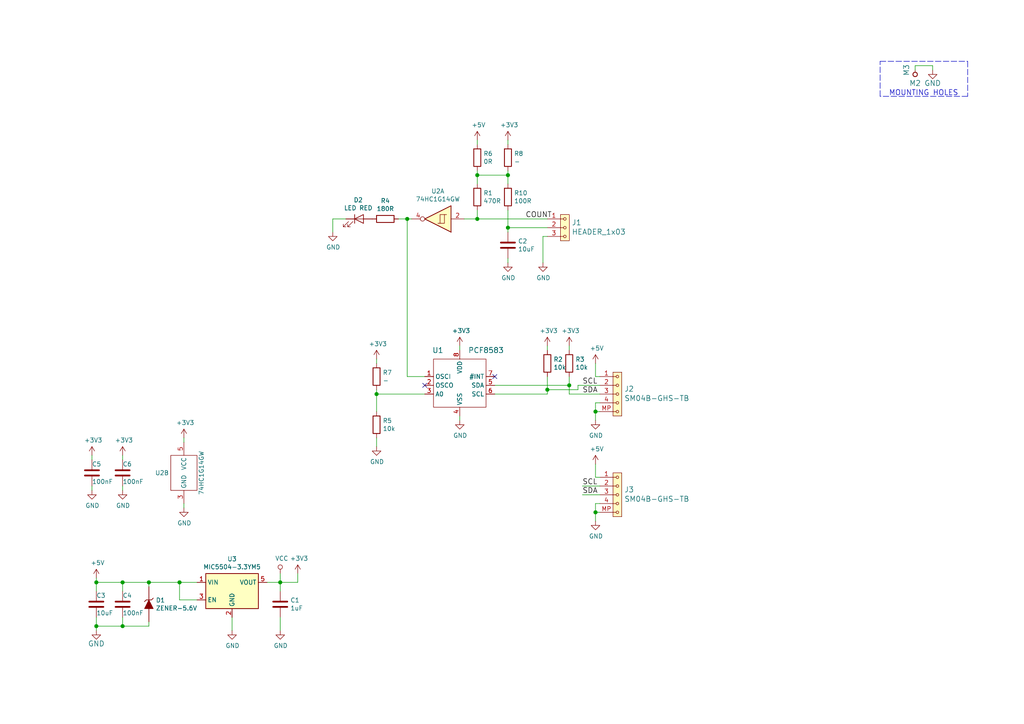
<source format=kicad_sch>
(kicad_sch (version 20201015) (generator eeschema)
  (paper "A4")
  (title_block (title "TFRPM01B") (date "2021-01-23") (company "ThunderFly s.r.o.") (comment 1 "RPM measuring device") (comment 2 "Jacho  <info@thunderfly.cz>"))
  (lib_symbols
    (symbol "Device:C" (pin_numbers hide) (pin_names (offset 0.254))
      (property "Reference" "C" (at 0.635 2.54 0))
      (property "Value" "C" (at 0.635 -2.54 0))
      (symbol "C_0_1"
        (polyline (pts (xy -2.032 -0.762) (xy 2.032 -0.762)) (stroke (width 0.508)))
        (polyline (pts (xy -2.032 0.762) (xy 2.032 0.762)) (stroke (width 0.508)))
      )
      (symbol "C_1_1"
        (pin passive line (at 0 3.81 270) (length 2.794) (name "~") (number "1"))
        (pin passive line (at 0 -3.81 90) (length 2.794) (name "~") (number "2"))
      )
    )
    (symbol "Device:LED" (pin_numbers hide) (pin_names (offset 1.016) hide)
      (property "Reference" "D" (at 0 2.54 0))
      (property "Value" "LED" (at 0 -2.54 0))
      (symbol "LED_0_1"
        (polyline (pts (xy -1.27 -1.27) (xy -1.27 1.27)) (stroke (width 0.2032)))
        (polyline (pts (xy -1.27 0) (xy 1.27 0)))
        (polyline (pts (xy 1.27 -1.27) (xy 1.27 1.27) (xy -1.27 0) (xy 1.27 -1.27)) (stroke (width 0.2032)))
        (polyline (pts (xy -3.048 -0.762) (xy -4.572 -2.286) (xy -3.81 -2.286) (xy -4.572 -2.286) (xy -4.572 -1.524)))
        (polyline (pts (xy -1.778 -0.762) (xy -3.302 -2.286) (xy -2.54 -2.286) (xy -3.302 -2.286) (xy -3.302 -1.524)))
      )
      (symbol "LED_1_1"
        (pin passive line (at -3.81 0 0) (length 2.54) (name "K") (number "1"))
        (pin passive line (at 3.81 0 180) (length 2.54) (name "A") (number "2"))
      )
    )
    (symbol "Device:R" (pin_numbers hide) (pin_names (offset 0))
      (property "Reference" "R" (at 2.032 0 90))
      (property "Value" "R" (at 0 0 90))
      (symbol "R_0_1"
        (rectangle (start -1.016 -2.54) (end 1.016 2.54) (stroke (width 0.254)))
      )
      (symbol "R_1_1"
        (pin passive line (at 0 3.81 270) (length 1.27) (name "~") (number "1"))
        (pin passive line (at 0 -3.81 90) (length 1.27) (name "~") (number "2"))
      )
    )
    (symbol "MLAB_CONNECTORS_JST:SM04B-GHS-TB" (pin_names (offset 1.016))
      (property "Reference" "J" (at 0 -7.62 0))
      (property "Value" "SM04B-GHS-TB" (at 0 7.62 0))
      (symbol "SM04B-GHS-TB_0_1"
        (circle (center 0 -5.08) (radius 0.381))
        (circle (center 0 -2.54) (radius 0.381))
        (circle (center 0 0) (radius 0.381))
        (circle (center 0 2.54) (radius 0.381))
        (circle (center 0 5.08) (radius 0.381))
        (rectangle (start -1.27 6.35) (end 1.27 -6.35) (fill (type background)))
        (polyline (pts (xy -1.27 -5.08) (xy -0.381 -5.08)))
        (polyline (pts (xy -1.27 -2.54) (xy -0.381 -2.54)))
        (polyline (pts (xy -1.27 0) (xy -0.381 0)))
        (polyline (pts (xy -1.27 2.54) (xy -0.381 2.54)))
        (polyline (pts (xy -1.27 5.08) (xy -0.381 5.08)))
      )
      (symbol "SM04B-GHS-TB_1_1"
        (pin input line (at -5.08 5.08 0) (length 3.81) (name "~") (number "1"))
        (pin input line (at -5.08 2.54 0) (length 3.81) (name "~") (number "2"))
        (pin input line (at -5.08 0 0) (length 3.81) (name "~") (number "3"))
        (pin input line (at -5.08 -2.54 0) (length 3.81) (name "~") (number "4"))
        (pin input line (at -5.08 -5.08 0) (length 3.81) (name "~") (number "MP"))
      )
    )
    (symbol "MLAB_D:D_ZENER" (pin_numbers hide) (pin_names (offset 1.016) hide)
      (property "Reference" "D" (at 0 2.54 0))
      (property "Value" "D_ZENER" (at 0 -2.54 0))
      (symbol "D_ZENER_0_1"
        (polyline (pts (xy -1.778 1.27) (xy -1.27 0.762) (xy -1.27 -0.762) (xy -0.762 -1.27) (xy -0.762 -1.27)) (stroke (width 0.2032)))
        (polyline (pts (xy -1.27 0) (xy 1.27 1.27) (xy 1.27 -1.27) (xy -1.27 0) (xy -1.27 0)) (fill (type outline)))
      )
      (symbol "D_ZENER_1_1"
        (pin passive line (at -5.08 0 0) (length 3.81) (name "K") (number "1"))
        (pin passive line (at 5.08 0 180) (length 3.81) (name "A") (number "2"))
      )
    )
    (symbol "MLAB_HEADER:HEADER_1x03" (pin_names (offset 1.016))
      (property "Reference" "J" (at 0 -5.08 0))
      (property "Value" "HEADER_1x03" (at 0 5.08 0))
      (symbol "HEADER_1x03_0_1"
        (circle (center 0 2.54) (radius 0.381))
        (circle (center 0 0) (radius 0.381))
        (circle (center 0 -2.54) (radius 0.381))
        (rectangle (start -1.27 3.81) (end 1.27 -3.81) (fill (type background)))
        (polyline (pts (xy -1.27 2.54) (xy -0.381 2.54)))
        (polyline (pts (xy -1.27 0) (xy -0.381 0)))
        (polyline (pts (xy -1.27 -2.54) (xy -0.381 -2.54)))
      )
      (symbol "HEADER_1x03_1_1"
        (pin input line (at -5.08 2.54 0) (length 3.81) (name "~") (number "1"))
        (pin input line (at -5.08 0 0) (length 3.81) (name "~") (number "2"))
        (pin input line (at -5.08 -2.54 0) (length 3.81) (name "~") (number "3"))
      )
    )
    (symbol "MLAB_IO:74AHC1G14GV"
      (property "Reference" "U" (at -2.54 1.27 0))
      (property "Value" "74AHC1G14GV" (at 1.27 -6.35 0))
      (symbol "74AHC1G14GV_1_0"
        (polyline (pts (xy -3.81 3.81) (xy -3.81 -3.81) (xy 3.81 0) (xy -3.81 3.81)) (stroke (width 0.254)) (fill (type background)))
        (pin input line (at -7.62 0 0) (length 3.81) (name "~") (number "2"))
        (pin output inverted (at 7.62 0 180) (length 3.81) (name "~") (number "4"))
      )
      (symbol "74AHC1G14GV_1_1"
        (polyline (pts (xy -1.905 -1.27) (xy -1.905 1.27) (xy -0.635 1.27)))
        (polyline (pts (xy -2.54 -1.27) (xy -0.635 -1.27) (xy -0.635 1.27) (xy 0 1.27)))
      )
      (symbol "74AHC1G14GV_2_0"
        (pin input line (at 0 -8.89 90) (length 3.81) (name "GND") (number "3"))
        (pin input line (at 0 8.89 270) (length 3.81) (name "VCC") (number "5"))
      )
      (symbol "74AHC1G14GV_2_1"
        (rectangle (start -3.81 5.08) (end 3.81 -5.08))
      )
    )
    (symbol "MLAB_IO:PCF8583"
      (property "Reference" "U" (at -5.08 10.16 0))
      (property "Value" "PCF8583" (at 7.62 10.16 0))
      (symbol "PCF8583_0_1"
        (rectangle (start -7.62 8.89) (end 7.62 -5.08))
      )
      (symbol "PCF8583_1_1"
        (pin input line (at -10.16 3.81 0) (length 2.54) (name "OSCI") (number "1"))
        (pin output line (at -10.16 1.27 0) (length 2.54) (name "OSCO") (number "2"))
        (pin input line (at -10.16 -1.27 0) (length 2.54) (name "A0") (number "3"))
        (pin power_in line (at 0 -7.62 90) (length 2.54) (name "VSS") (number "4"))
        (pin bidirectional line (at 10.16 1.27 180) (length 2.54) (name "SDA") (number "5"))
        (pin input line (at 10.16 -1.27 180) (length 2.54) (name "SCL") (number "6"))
        (pin output line (at 10.16 3.81 180) (length 2.54) (name "#INT") (number "7"))
        (pin power_in line (at 0 11.43 270) (length 2.54) (name "VDD") (number "8"))
      )
    )
    (symbol "MLAB_MECHANICAL:HOLE" (pin_numbers hide) (pin_names (offset 1.016) hide)
      (property "Reference" "M" (at 0 2.54 0))
      (property "Value" "HOLE" (at 0 -2.54 0))
      (symbol "HOLE_0_1"
        (circle (center 0 0) (radius 0.635) (stroke (width 0.254)))
      )
      (symbol "HOLE_1_1"
        (pin input line (at 1.27 0 180) (length 0.635) (name "~") (number "1"))
      )
    )
    (symbol "Regulator_Linear:MIC5504-3.3YM5"
      (property "Reference" "U" (at -7.62 8.89 0))
      (property "Value" "MIC5504-3.3YM5" (at -7.62 6.35 0))
      (symbol "MIC5504-3.3YM5_0_1"
        (rectangle (start -7.62 -5.08) (end 7.62 5.08) (stroke (width 0.254)) (fill (type background)))
      )
      (symbol "MIC5504-3.3YM5_1_1"
        (pin power_in line (at -10.16 2.54 0) (length 2.54) (name "VIN") (number "1"))
        (pin power_in line (at 0 -7.62 90) (length 2.54) (name "GND") (number "2"))
        (pin input line (at -10.16 -2.54 0) (length 2.54) (name "EN") (number "3"))
        (pin unconnected line (at 7.62 -2.54 180) (length 2.54) hide (name "NC") (number "4"))
        (pin power_out line (at 10.16 2.54 180) (length 2.54) (name "VOUT") (number "5"))
      )
    )
    (symbol "power:+3V3" (power) (pin_names (offset 0))
      (property "Value" "+3V3" (at 0 3.556 0))
      (symbol "+3V3_0_1"
        (polyline (pts (xy -0.762 1.27) (xy 0 2.54)))
        (polyline (pts (xy 0 0) (xy 0 2.54)))
        (polyline (pts (xy 0 2.54) (xy 0.762 1.27)))
      )
      (symbol "+3V3_1_1"
        (pin power_in line (at 0 0 90) (length 0) hide (name "+3V3") (number "1"))
      )
    )
    (symbol "power:+5V" (power) (pin_names (offset 0))
      (property "Value" "+5V" (at 0 3.556 0))
      (symbol "+5V_0_1"
        (polyline (pts (xy -0.762 1.27) (xy 0 2.54)))
        (polyline (pts (xy 0 0) (xy 0 2.54)))
        (polyline (pts (xy 0 2.54) (xy 0.762 1.27)))
      )
      (symbol "+5V_1_1"
        (pin power_in line (at 0 0 90) (length 0) hide (name "+5V") (number "1"))
      )
    )
    (symbol "power:GND" (power) (pin_names (offset 0))
      (property "Value" "GND" (at 0 -3.81 0))
      (symbol "GND_0_1"
        (polyline (pts (xy 0 0) (xy 0 -1.27) (xy 1.27 -1.27) (xy 0 -2.54) (xy -1.27 -1.27) (xy 0 -1.27)))
      )
      (symbol "GND_1_1"
        (pin power_in line (at 0 0 270) (length 0) hide (name "GND") (number "1"))
      )
    )
    (symbol "power:VCC" (power) (pin_names (offset 0))
      (property "Value" "VCC" (at 0 3.81 0))
      (symbol "VCC_0_1"
        (circle (center 0 1.905) (radius 0.635))
        (polyline (pts (xy 0 0) (xy 0 1.27)))
      )
      (symbol "VCC_1_1"
        (pin power_in line (at 0 0 90) (length 0) hide (name "VCC") (number "1"))
      )
    )
  )
  (junction (at 27.94 168.91) (diameter 1.016))
  (junction (at 27.94 181.61) (diameter 1.016))
  (junction (at 35.56 168.91) (diameter 1.016))
  (junction (at 35.56 181.61) (diameter 1.016))
  (junction (at 43.18 168.91) (diameter 1.016))
  (junction (at 52.07 168.91) (diameter 1.016))
  (junction (at 81.28 168.91) (diameter 1.016))
  (junction (at 109.22 114.3) (diameter 1.016))
  (junction (at 118.11 63.5) (diameter 1.016))
  (junction (at 138.43 50.8) (diameter 1.016))
  (junction (at 138.43 63.5) (diameter 1.016))
  (junction (at 147.32 50.8) (diameter 1.016))
  (junction (at 147.32 66.04) (diameter 1.016))
  (junction (at 158.75 113.03) (diameter 1.016))
  (junction (at 165.1 111.76) (diameter 1.016))
  (junction (at 172.72 119.38) (diameter 1.016))
  (junction (at 172.72 148.59) (diameter 1.016))
  (no_connect (at 123.19 111.76))
  (no_connect (at 143.51 109.22))
  (wire (pts (xy 26.67 132.08) (xy 26.67 133.35)))
  (wire (pts (xy 26.67 140.97) (xy 26.67 142.24)))
  (wire (pts (xy 27.94 167.64) (xy 27.94 168.91)))
  (wire (pts (xy 27.94 168.91) (xy 35.56 168.91)))
  (wire (pts (xy 27.94 171.45) (xy 27.94 168.91)))
  (wire (pts (xy 27.94 179.07) (xy 27.94 181.61)))
  (wire (pts (xy 27.94 181.61) (xy 27.94 182.88)))
  (wire (pts (xy 27.94 181.61) (xy 35.56 181.61)))
  (wire (pts (xy 35.56 132.08) (xy 35.56 133.35)))
  (wire (pts (xy 35.56 140.97) (xy 35.56 142.24)))
  (wire (pts (xy 35.56 168.91) (xy 43.18 168.91)))
  (wire (pts (xy 35.56 171.45) (xy 35.56 168.91)))
  (wire (pts (xy 35.56 179.07) (xy 35.56 181.61)))
  (wire (pts (xy 35.56 181.61) (xy 43.18 181.61)))
  (wire (pts (xy 43.18 168.91) (xy 52.07 168.91)))
  (wire (pts (xy 43.18 170.18) (xy 43.18 168.91)))
  (wire (pts (xy 43.18 180.34) (xy 43.18 181.61)))
  (wire (pts (xy 52.07 173.99) (xy 52.07 168.91)))
  (wire (pts (xy 53.34 127) (xy 53.34 128.27)))
  (wire (pts (xy 53.34 146.05) (xy 53.34 147.32)))
  (wire (pts (xy 57.15 168.91) (xy 52.07 168.91)))
  (wire (pts (xy 57.15 173.99) (xy 52.07 173.99)))
  (wire (pts (xy 67.31 179.07) (xy 67.31 182.88)))
  (wire (pts (xy 77.47 168.91) (xy 81.28 168.91)))
  (wire (pts (xy 81.28 166.37) (xy 81.28 168.91)))
  (wire (pts (xy 81.28 168.91) (xy 81.28 171.45)))
  (wire (pts (xy 81.28 168.91) (xy 86.36 168.91)))
  (wire (pts (xy 81.28 179.07) (xy 81.28 182.88)))
  (wire (pts (xy 86.36 168.91) (xy 86.36 166.37)))
  (wire (pts (xy 96.52 63.5) (xy 100.33 63.5)))
  (wire (pts (xy 96.52 67.31) (xy 96.52 63.5)))
  (wire (pts (xy 109.22 104.14) (xy 109.22 105.41)))
  (wire (pts (xy 109.22 113.03) (xy 109.22 114.3)))
  (wire (pts (xy 109.22 114.3) (xy 109.22 119.38)))
  (wire (pts (xy 109.22 114.3) (xy 123.19 114.3)))
  (wire (pts (xy 109.22 127) (xy 109.22 129.54)))
  (wire (pts (xy 115.57 63.5) (xy 118.11 63.5)))
  (wire (pts (xy 118.11 63.5) (xy 118.11 109.22)))
  (wire (pts (xy 118.11 63.5) (xy 119.38 63.5)))
  (wire (pts (xy 118.11 109.22) (xy 123.19 109.22)))
  (wire (pts (xy 133.35 100.33) (xy 133.35 101.6)))
  (wire (pts (xy 133.35 121.92) (xy 133.35 120.65)))
  (wire (pts (xy 134.62 63.5) (xy 138.43 63.5)))
  (wire (pts (xy 138.43 40.64) (xy 138.43 41.91)))
  (wire (pts (xy 138.43 49.53) (xy 138.43 50.8)))
  (wire (pts (xy 138.43 50.8) (xy 138.43 53.34)))
  (wire (pts (xy 138.43 50.8) (xy 147.32 50.8)))
  (wire (pts (xy 138.43 60.96) (xy 138.43 63.5)))
  (wire (pts (xy 138.43 63.5) (xy 158.75 63.5)))
  (wire (pts (xy 143.51 111.76) (xy 165.1 111.76)))
  (wire (pts (xy 147.32 40.64) (xy 147.32 41.91)))
  (wire (pts (xy 147.32 49.53) (xy 147.32 50.8)))
  (wire (pts (xy 147.32 50.8) (xy 147.32 53.34)))
  (wire (pts (xy 147.32 60.96) (xy 147.32 66.04)))
  (wire (pts (xy 147.32 66.04) (xy 147.32 67.31)))
  (wire (pts (xy 147.32 66.04) (xy 158.75 66.04)))
  (wire (pts (xy 147.32 74.93) (xy 147.32 76.2)))
  (wire (pts (xy 157.48 68.58) (xy 157.48 76.2)))
  (wire (pts (xy 158.75 68.58) (xy 157.48 68.58)))
  (wire (pts (xy 158.75 100.33) (xy 158.75 101.6)))
  (wire (pts (xy 158.75 109.22) (xy 158.75 113.03)))
  (wire (pts (xy 158.75 113.03) (xy 158.75 114.3)))
  (wire (pts (xy 158.75 113.03) (xy 167.64 113.03)))
  (wire (pts (xy 158.75 114.3) (xy 143.51 114.3)))
  (wire (pts (xy 165.1 100.33) (xy 165.1 101.6)))
  (wire (pts (xy 165.1 109.22) (xy 165.1 111.76)))
  (wire (pts (xy 165.1 111.76) (xy 165.1 114.3)))
  (wire (pts (xy 165.1 114.3) (xy 173.99 114.3)))
  (wire (pts (xy 167.64 111.76) (xy 173.99 111.76)))
  (wire (pts (xy 167.64 113.03) (xy 167.64 111.76)))
  (wire (pts (xy 168.91 140.97) (xy 173.99 140.97)))
  (wire (pts (xy 168.91 143.51) (xy 173.99 143.51)))
  (wire (pts (xy 172.72 105.41) (xy 172.72 109.22)))
  (wire (pts (xy 172.72 109.22) (xy 173.99 109.22)))
  (wire (pts (xy 172.72 116.84) (xy 172.72 119.38)))
  (wire (pts (xy 172.72 119.38) (xy 172.72 121.92)))
  (wire (pts (xy 172.72 134.62) (xy 172.72 138.43)))
  (wire (pts (xy 172.72 138.43) (xy 173.99 138.43)))
  (wire (pts (xy 172.72 146.05) (xy 172.72 148.59)))
  (wire (pts (xy 172.72 148.59) (xy 172.72 151.13)))
  (wire (pts (xy 173.99 116.84) (xy 172.72 116.84)))
  (wire (pts (xy 173.99 119.38) (xy 172.72 119.38)))
  (wire (pts (xy 173.99 146.05) (xy 172.72 146.05)))
  (wire (pts (xy 173.99 148.59) (xy 172.72 148.59)))
  (wire (pts (xy 265.43 20.32) (xy 265.43 19.05)))
  (wire (pts (xy 270.51 19.05) (xy 265.43 19.05)))
  (wire (pts (xy 270.51 20.32) (xy 270.51 19.05)))
  (polyline (pts (xy 255.27 17.78) (xy 280.67 17.78)) (stroke (width 0) (type dash)))
  (polyline (pts (xy 255.27 27.94) (xy 255.27 17.78)) (stroke (width 0) (type dash)))
  (polyline (pts (xy 280.67 17.78) (xy 280.67 27.94)) (stroke (width 0) (type dash)))
  (polyline (pts (xy 280.67 27.94) (xy 255.27 27.94)) (stroke (width 0) (type dash)))
  (text "MOUNTING HOLES" (at 257.81 27.94 0) (effects (font (size 1.524 1.524)) (justify left bottom)))
  (label "COUNT" (at 152.4 63.5 0) (effects (font (size 1.524 1.524))))
  (label "SCL" (at 168.91 111.76 0) (effects (font (size 1.524 1.524))))
  (label "SDA" (at 168.91 114.3 0) (effects (font (size 1.524 1.524))))
  (label "SCL" (at 168.91 140.97 0) (effects (font (size 1.524 1.524))))
  (label "SDA" (at 168.91 143.51 0) (effects (font (size 1.524 1.524))))
  (symbol (lib_id "MLAB_MECHANICAL:HOLE") (at 265.43 21.59 90) (unit 1)
    (property "Reference" "M2" (at 265.43 24.13 90) (effects (font (size 1.524 1.524))))
    (property "Value" "M3" (at 262.89 20.32 0) (effects (font (size 1.524 1.524))))
    (property "Footprint" "Mlab_Mechanical:MountingHole_3mm" (effects hide))
  )
  (symbol (lib_id "power:VCC") (at 81.28 166.37 0) (unit 1)
    (property "Reference" "#PWR0111" (effects hide))
    (property "Value" "VCC" (at 81.7118 161.9758 0))
  )
  (symbol (lib_id "power:+3V3") (at 26.67 132.08 0) (unit 1)
    (property "Reference" "#PWR0117" (effects hide))
    (property "Value" "+3V3" (at 27.051 127.6858 0))
  )
  (symbol (lib_id "power:+5V") (at 27.94 167.64 0) (unit 1)
    (property "Reference" "#PWR0105" (effects hide))
    (property "Value" "+5V" (at 28.321 163.2458 0))
  )
  (symbol (lib_id "power:+3V3") (at 35.56 132.08 0) (unit 1)
    (property "Reference" "#PWR0120" (effects hide))
    (property "Value" "+3V3" (at 35.941 127.6858 0))
  )
  (symbol (lib_id "power:+3V3") (at 53.34 127 0) (unit 1)
    (property "Reference" "#PWR0121" (effects hide))
    (property "Value" "+3V3" (at 53.721 122.6058 0))
  )
  (symbol (lib_id "power:+3V3") (at 86.36 166.37 0) (unit 1)
    (property "Reference" "#PWR0112" (effects hide))
    (property "Value" "+3V3" (at 86.741 161.9758 0))
  )
  (symbol (lib_id "power:+3V3") (at 109.22 104.14 0) (unit 1)
    (property "Reference" "#PWR0106" (effects hide))
    (property "Value" "+3V3" (at 109.601 99.7458 0))
  )
  (symbol (lib_id "power:+3V3") (at 133.35 100.33 0) (unit 1)
    (property "Reference" "#PWR0110" (effects hide))
    (property "Value" "+3V3" (at 133.731 95.9358 0))
  )
  (symbol (lib_id "power:+5V") (at 138.43 40.64 0) (unit 1)
    (property "Reference" "#PWR0101" (effects hide))
    (property "Value" "+5V" (at 138.811 36.2458 0))
  )
  (symbol (lib_id "power:+3V3") (at 147.32 40.64 0) (unit 1)
    (property "Reference" "#PWR0104" (effects hide))
    (property "Value" "+3V3" (at 147.701 36.2458 0))
  )
  (symbol (lib_id "power:+3V3") (at 158.75 100.33 0) (unit 1)
    (property "Reference" "#PWR0107" (effects hide))
    (property "Value" "+3V3" (at 159.131 95.9358 0))
  )
  (symbol (lib_id "power:+3V3") (at 165.1 100.33 0) (unit 1)
    (property "Reference" "#PWR0108" (effects hide))
    (property "Value" "+3V3" (at 165.481 95.9358 0))
  )
  (symbol (lib_id "power:+5V") (at 172.72 105.41 0) (unit 1)
    (property "Reference" "#PWR0109" (effects hide))
    (property "Value" "+5V" (at 173.101 101.0158 0))
  )
  (symbol (lib_id "power:+5V") (at 172.72 134.62 0) (unit 1)
    (property "Reference" "#PWR0116" (effects hide))
    (property "Value" "+5V" (at 173.101 130.2258 0))
  )
  (symbol (lib_id "power:GND") (at 26.67 142.24 0) (unit 1)
    (property "Reference" "#PWR0118" (effects hide))
    (property "Value" "GND" (at 26.797 146.6342 0))
  )
  (symbol (lib_id "power:GND") (at 27.94 182.88 0) (unit 1)
    (property "Reference" "#PWR012" (effects hide))
    (property "Value" "GND" (at 27.94 186.69 0) (effects (font (size 1.524 1.524))))
  )
  (symbol (lib_id "power:GND") (at 35.56 142.24 0) (unit 1)
    (property "Reference" "#PWR0119" (effects hide))
    (property "Value" "GND" (at 35.687 146.6342 0))
  )
  (symbol (lib_id "power:GND") (at 53.34 147.32 0) (unit 1)
    (property "Reference" "#PWR0122" (effects hide))
    (property "Value" "GND" (at 53.467 151.7142 0))
  )
  (symbol (lib_id "power:GND") (at 67.31 182.88 0) (unit 1)
    (property "Reference" "#PWR0113" (effects hide))
    (property "Value" "GND" (at 67.437 187.2742 0))
  )
  (symbol (lib_id "power:GND") (at 81.28 182.88 0) (unit 1)
    (property "Reference" "#PWR0114" (effects hide))
    (property "Value" "GND" (at 81.407 187.2742 0))
  )
  (symbol (lib_id "power:GND") (at 96.52 67.31 0) (unit 1)
    (property "Reference" "#PWR014" (effects hide))
    (property "Value" "GND" (at 96.647 71.7042 0))
  )
  (symbol (lib_id "power:GND") (at 109.22 129.54 0) (unit 1)
    (property "Reference" "#PWR04" (effects hide))
    (property "Value" "GND" (at 109.347 133.9342 0))
  )
  (symbol (lib_id "power:GND") (at 133.35 121.92 0) (unit 1)
    (property "Reference" "#PWR06" (effects hide))
    (property "Value" "GND" (at 133.477 126.3142 0))
  )
  (symbol (lib_id "power:GND") (at 147.32 76.2 0) (unit 1)
    (property "Reference" "#PWR0103" (effects hide))
    (property "Value" "GND" (at 147.447 80.5942 0))
  )
  (symbol (lib_id "power:GND") (at 157.48 76.2 0) (unit 1)
    (property "Reference" "#PWR0102" (effects hide))
    (property "Value" "GND" (at 157.607 80.5942 0))
  )
  (symbol (lib_id "power:GND") (at 172.72 121.92 0) (unit 1)
    (property "Reference" "#PWR09" (effects hide))
    (property "Value" "GND" (at 172.847 126.3142 0))
  )
  (symbol (lib_id "power:GND") (at 172.72 151.13 0) (unit 1)
    (property "Reference" "#PWR0115" (effects hide))
    (property "Value" "GND" (at 172.847 155.5242 0))
  )
  (symbol (lib_id "power:GND") (at 270.51 20.32 0) (unit 1)
    (property "Reference" "#PWR013" (effects hide))
    (property "Value" "GND" (at 270.51 24.13 0) (effects (font (size 1.524 1.524))))
  )
  (symbol (lib_id "Device:R") (at 109.22 109.22 0) (unit 1)
    (property "Reference" "R7" (at 110.998 108.0516 0) (effects (justify left)))
    (property "Value" "-" (at 110.998 110.363 0) (effects (justify left)))
    (property "Footprint" "Mlab_R:SMD-0603" (effects hide))
  )
  (symbol (lib_id "Device:R") (at 109.22 123.19 0) (unit 1)
    (property "Reference" "R5" (at 110.998 122.0216 0) (effects (justify left)))
    (property "Value" "10k" (at 110.998 124.333 0) (effects (justify left)))
    (property "Footprint" "Mlab_R:SMD-0603" (effects hide))
    (property "UST_id" "5c70984512875079b91f8962" (effects hide))
    (property "UST_ID" "5c70984512875079b91f8962" (effects hide))
  )
  (symbol (lib_id "Device:R") (at 111.76 63.5 270) (unit 1)
    (property "Reference" "R4" (at 111.76 58.2422 90))
    (property "Value" "180R" (at 111.76 60.5536 90))
    (property "Footprint" "Mlab_R:SMD-0603" (effects hide))
    (property "UST_id" "5c70984512875079b91f8957" (effects hide))
    (property "UST_ID" "5c70984512875079b91f8957" (effects hide))
  )
  (symbol (lib_id "Device:R") (at 138.43 45.72 0) (unit 1)
    (property "Reference" "R6" (at 140.208 44.5516 0) (effects (justify left)))
    (property "Value" "0R" (at 140.208 46.863 0) (effects (justify left)))
    (property "Footprint" "Mlab_R:SMD-0603" (effects hide))
    (property "UST_id" "5c70984512875079b91f894e" (effects hide))
    (property "UST_ID" "5c70984512875079b91f894e" (effects hide))
  )
  (symbol (lib_id "Device:R") (at 138.43 57.15 0) (unit 1)
    (property "Reference" "R1" (at 140.208 55.9816 0) (effects (justify left)))
    (property "Value" "470R" (at 140.208 58.293 0) (effects (justify left)))
    (property "Footprint" "Mlab_R:SMD-0603" (effects hide))
    (property "UST_id" "5c70984512875079b91f8959" (effects hide))
    (property "UST_ID" "5c70984512875079b91f8959" (effects hide))
  )
  (symbol (lib_id "Device:R") (at 147.32 45.72 0) (unit 1)
    (property "Reference" "R8" (at 149.098 44.5516 0) (effects (justify left)))
    (property "Value" "-" (at 149.098 46.863 0) (effects (justify left)))
    (property "Footprint" "Mlab_R:SMD-0603" (effects hide))
  )
  (symbol (lib_id "Device:R") (at 147.32 57.15 180) (unit 1)
    (property "Reference" "R10" (at 149.098 55.9816 0) (effects (justify right)))
    (property "Value" "100R" (at 149.098 58.293 0) (effects (justify right)))
    (property "Footprint" "Mlab_R:SMD-0603" (effects hide))
    (property "UST_id" "5c70984512875079b91f8956" (effects hide))
    (property "UST_ID" "5c70984512875079b91f8956" (effects hide))
  )
  (symbol (lib_id "Device:R") (at 158.75 105.41 0) (unit 1)
    (property "Reference" "R2" (at 160.528 104.2416 0) (effects (justify left)))
    (property "Value" "10k" (at 160.528 106.553 0) (effects (justify left)))
    (property "Footprint" "Mlab_R:SMD-0603" (effects hide))
    (property "UST_id" "5c70984512875079b91f8962" (effects hide))
    (property "UST_ID" "5c70984512875079b91f8962" (effects hide))
  )
  (symbol (lib_id "Device:R") (at 165.1 105.41 0) (unit 1)
    (property "Reference" "R3" (at 166.878 104.2416 0) (effects (justify left)))
    (property "Value" "10k" (at 166.878 106.553 0) (effects (justify left)))
    (property "Footprint" "Mlab_R:SMD-0603" (effects hide))
    (property "UST_id" "5c70984512875079b91f8962" (effects hide))
    (property "UST_ID" "5c70984512875079b91f8962" (effects hide))
  )
  (symbol (lib_id "MLAB_D:D_ZENER") (at 43.18 175.26 270) (unit 1)
    (property "Reference" "D1" (at 45.1866 174.0916 90) (effects (justify left)))
    (property "Value" "ZENER-5.6V" (at 45.1866 176.403 90) (effects (justify left)))
    (property "Footprint" "Mlab_D:Diode-MiniMELF_Standard" (effects hide))
    (property "UST_id" "5c70984512875079b91f88b2" (effects hide))
    (property "UST_ID" "5c70984512875079b91f88b2" (effects hide))
  )
  (symbol (lib_id "Device:LED") (at 104.14 63.5 0) (unit 1)
    (property "Reference" "D2" (at 103.9114 58.0136 0))
    (property "Value" "LED RED" (at 103.9114 60.325 0))
    (property "Footprint" "Mlab_D:LED_1206" (effects hide))
    (property "UST_id" "5c70984412875079b91f8896" (effects hide))
    (property "UST_ID" "5c70984412875079b91f8896" (effects hide))
  )
  (symbol (lib_id "Device:C") (at 26.67 137.16 0) (unit 1)
    (property "Reference" "C5" (at 26.67 134.62 0) (effects (justify left)))
    (property "Value" "100nF" (at 26.67 139.7 0) (effects (justify left)))
    (property "Footprint" "Mlab_R:SMD-0603" (effects hide))
    (property "UST_id" "5c70984812875079b91f8bf2" (effects hide))
    (property "UST_ID" "5c70984812875079b91f8bf2" (effects hide))
  )
  (symbol (lib_id "Device:C") (at 27.94 175.26 0) (unit 1)
    (property "Reference" "C3" (at 27.94 172.72 0) (effects (justify left)))
    (property "Value" "10uF" (at 27.94 177.8 0) (effects (justify left)))
    (property "Footprint" "Mlab_R:SMD-0805" (effects hide))
    (property "UST_id" "5c70984812875079b91f8bbd" (effects hide))
    (property "UST_ID" "5c70984812875079b91f8bbd" (effects hide))
  )
  (symbol (lib_id "Device:C") (at 35.56 137.16 0) (unit 1)
    (property "Reference" "C6" (at 35.56 134.62 0) (effects (justify left)))
    (property "Value" "100nF" (at 35.56 139.7 0) (effects (justify left)))
    (property "Footprint" "Mlab_R:SMD-0603" (effects hide))
    (property "UST_id" "5c70984812875079b91f8bf2" (effects hide))
    (property "UST_ID" "5c70984812875079b91f8bf2" (effects hide))
  )
  (symbol (lib_id "Device:C") (at 35.56 175.26 0) (unit 1)
    (property "Reference" "C4" (at 35.56 172.72 0) (effects (justify left)))
    (property "Value" "100nF" (at 35.56 177.8 0) (effects (justify left)))
    (property "Footprint" "Mlab_R:SMD-0603" (effects hide))
    (property "UST_id" "5c70984812875079b91f8bf2" (effects hide))
    (property "UST_ID" "5c70984812875079b91f8bf2" (effects hide))
  )
  (symbol (lib_id "Device:C") (at 81.28 175.26 0) (unit 1)
    (property "Reference" "C1" (at 84.201 174.0916 0) (effects (justify left)))
    (property "Value" "1uF" (at 84.201 176.403 0) (effects (justify left)))
    (property "Footprint" "Mlab_R:SMD-0603" (effects hide))
    (property "UST_id" "5c70984812875079b91f8bc2" (effects hide))
    (property "UST_ID" "5c70984812875079b91f8bc2" (effects hide))
  )
  (symbol (lib_id "Device:C") (at 147.32 71.12 0) (unit 1)
    (property "Reference" "C2" (at 150.241 69.9516 0) (effects (justify left)))
    (property "Value" "10uF" (at 150.241 72.263 0) (effects (justify left)))
    (property "Footprint" "Mlab_R:SMD-0805" (effects hide))
    (property "UST_id" "5c70984812875079b91f8bbd" (effects hide))
    (property "UST_ID" "5c70984812875079b91f8bbd" (effects hide))
  )
  (symbol (lib_id "MLAB_HEADER:HEADER_1x03") (at 163.83 66.04 0) (unit 1)
    (property "Reference" "J1" (at 165.8112 64.5414 0) (effects (font (size 1.524 1.524)) (justify left)))
    (property "Value" "HEADER_1x03" (at 165.8112 67.2592 0) (effects (font (size 1.524 1.524)) (justify left)))
    (property "Footprint" "Connector_PinHeader_2.54mm:PinHeader_1x03_P2.54mm_Horizontal" (effects hide))
  )
  (symbol (lib_id "MLAB_CONNECTORS_JST:SM04B-GHS-TB") (at 179.07 114.3 0) (unit 1)
    (property "Reference" "J2" (at 181.0512 112.8014 0) (effects (font (size 1.524 1.524)) (justify left)))
    (property "Value" "SM04B-GHS-TB" (at 181.0512 115.5192 0) (effects (font (size 1.524 1.524)) (justify left)))
    (property "Footprint" "Connector_JST:JST_GH_SM04B-GHS-TB_1x04-1MP_P1.25mm_Horizontal" (effects hide))
    (property "UST_id" "5c86273d1287500b4e0280be" (effects hide))
    (property "UST_ID" "5c86273d1287500b4e0280be" (effects hide))
  )
  (symbol (lib_id "MLAB_CONNECTORS_JST:SM04B-GHS-TB") (at 179.07 143.51 0) (unit 1)
    (property "Reference" "J3" (at 181.0512 142.0114 0) (effects (font (size 1.524 1.524)) (justify left)))
    (property "Value" "SM04B-GHS-TB" (at 181.0512 144.7292 0) (effects (font (size 1.524 1.524)) (justify left)))
    (property "Footprint" "Connector_JST:JST_GH_SM04B-GHS-TB_1x04-1MP_P1.25mm_Horizontal" (effects hide))
    (property "UST_id" "5c86273d1287500b4e0280be" (effects hide))
    (property "UST_ID" "5c86273d1287500b4e0280be" (effects hide))
  )
  (symbol (lib_id "MLAB_IO:74AHC1G14GV") (at 127 63.5 180) (unit 1)
    (property "Reference" "U2" (at 127 55.4482 0))
    (property "Value" "74HC1G14GW" (at 127 57.7596 0))
    (property "Footprint" "Package_TO_SOT_SMD:SOT-353_SC-70-5" (effects hide))
    (property "Datasheet" "http://www.ti.com/lit/gpn/sn74HC14" (effects hide))
    (property "UST_id" "5c70984612875079b91f89e9" (effects hide))
    (property "UST_ID" "5c70984612875079b91f89e9" (effects hide))
  )
  (symbol (lib_id "MLAB_IO:74AHC1G14GV") (at 53.34 137.16 0) (mirror y) (unit 2)
    (property "Reference" "U2" (at 46.99 137.16 0))
    (property "Value" "74HC1G14GW" (at 58.42 137.16 90))
    (property "Footprint" "Package_TO_SOT_SMD:SOT-353_SC-70-5" (effects hide))
    (property "Datasheet" "http://www.ti.com/lit/gpn/sn74HC14" (effects hide))
    (property "UST_id" "5c70984712875079b91f8b5e" (effects hide))
    (property "UST_ID" "5c70984712875079b91f8b5e" (effects hide))
  )
  (symbol (lib_id "Regulator_Linear:MIC5504-3.3YM5") (at 67.31 171.45 0) (unit 1)
    (property "Reference" "U3" (at 67.31 162.1282 0))
    (property "Value" "MIC5504-3.3YM5" (at 67.31 164.4396 0))
    (property "Footprint" "Package_TO_SOT_SMD:SOT-23-5" (effects hide))
    (property "Datasheet" "http://ww1.microchip.com/downloads/en/DeviceDoc/MIC550X.pdf" (effects hide))
    (property "UST_id" "5c7255e81287500b4e112ea2" (effects hide))
    (property "UST_ID" "5c7255e81287500b4e112ea2" (effects hide))
  )
  (symbol (lib_id "MLAB_IO:PCF8583") (at 133.35 113.03 0) (unit 1)
    (property "Reference" "U1" (at 127 101.6 0) (effects (font (size 1.524 1.524))))
    (property "Value" "PCF8583" (at 140.97 101.6 0) (effects (font (size 1.524 1.524))))
    (property "Footprint" "Mlab_IO:SOT176-1" (effects hide))
    (property "UST_id" "5c70984712875079b91f8b59" (effects hide))
    (property "UST_ID" "5c70984712875079b91f8b59" (effects hide))
  )
)
</source>
